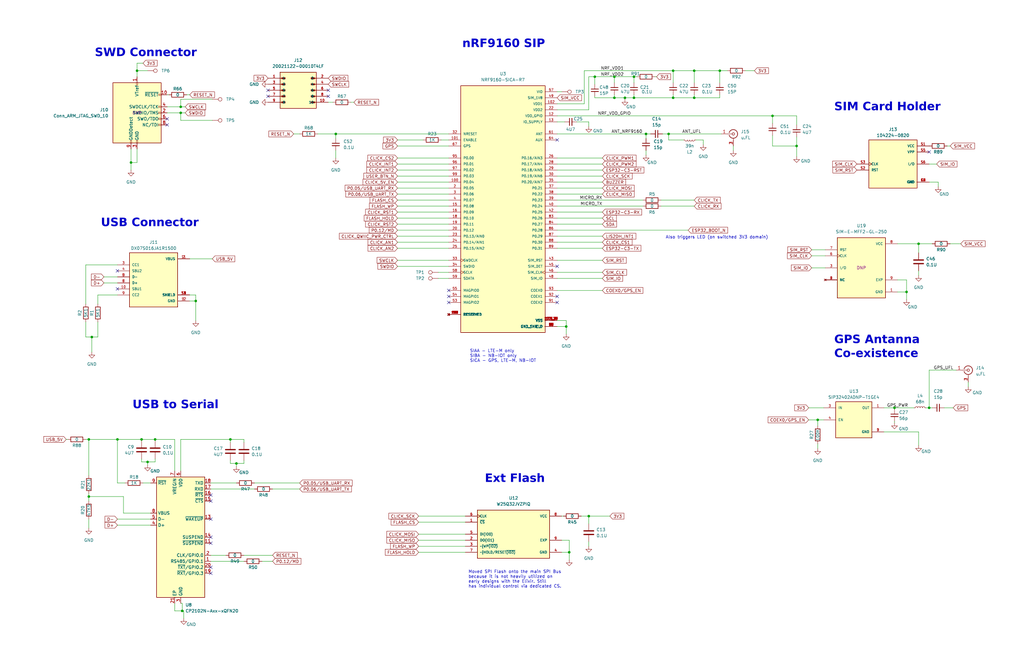
<source format=kicad_sch>
(kicad_sch (version 20231120) (generator "eeschema") (generator_version "8.0")
  (paper "B")
  (title_block (title "Aludel Elixir") (date "2023-12-22") (rev "B"))
  (junction (at 240.03 233.045))
  (junction (at 259.08 41.275))
  (junction (at 65.405 185.42))
  (junction (at 49.53 185.42))
  (junction (at 335.915 61.595))
  (junction (at 283.845 41.275))
  (junction (at 57.785 29.845))
  (junction (at 292.735 29.845))
  (junction (at 387.35 102.87))
  (junction (at 325.755 48.895))
  (junction (at 76.2 45.085))
  (junction (at 292.735 41.275))
  (junction (at 55.245 68.58))
  (junction (at 38.735 142.24))
  (junction (at 76.2 47.625))
  (junction (at 259.08 32.385))
  (junction (at 344.805 177.165))
  (junction (at 283.845 29.845))
  (junction (at 82.55 127))
  (junction (at 267.335 32.385))
  (junction (at 97.155 185.42))
  (junction (at 76.835 257.81))
  (junction (at 248.285 217.805))
  (junction (at 62.23 194.945))
  (junction (at 382.27 123.19))
  (junction (at 99.695 195.58))
  (junction (at 37.465 185.42))
  (junction (at 303.53 29.845))
  (junction (at 141.605 56.515))
  (junction (at 391.795 172.085))
  (junction (at 250.825 32.385))
  (junction (at 238.76 137.795))
  (junction (at 37.465 209.55))
  (junction (at 272.415 56.515))
  (junction (at 377.19 172.085))
  (junction (at 263.525 41.275))
  (junction (at 267.335 41.275))
  (junction (at 59.69 185.42))
  (junction (at 281.94 56.515))
  (no_connect (at 88.9 239.395))
  (no_connect (at 138.43 38.1))
  (no_connect (at 391.795 64.135))
  (no_connect (at 234.95 125.095))
  (no_connect (at 113.03 40.64))
  (no_connect (at 49.53 121.92))
  (no_connect (at 234.95 59.055))
  (no_connect (at 88.9 226.695))
  (no_connect (at 189.23 125.095))
  (no_connect (at 113.03 38.1))
  (no_connect (at 189.23 122.555))
  (no_connect (at 189.23 127.635))
  (no_connect (at 88.9 208.915))
  (no_connect (at 88.9 211.455))
  (no_connect (at 234.95 127.635))
  (no_connect (at 88.9 229.235))
  (no_connect (at 88.9 219.075))
  (no_connect (at 138.43 40.64))
  (no_connect (at 88.9 241.935))
  (no_connect (at 234.95 112.395))
  (no_connect (at 49.53 114.3))
  (no_connect (at 70.485 52.705))
  (no_connect (at 70.485 50.165))
  (wire (pts (xy 400.685 61.595) (xy 399.415 61.595)))
  (wire (pts (xy 37.465 208.28) (xy 37.465 209.55)))
  (wire (pts (xy 238.76 135.255) (xy 238.76 137.795)))
  (wire (pts (xy 36.195 135.89) (xy 36.195 142.24)))
  (wire (pts (xy 176.53 220.345) (xy 196.215 220.345)))
  (wire (pts (xy 283.845 40.005) (xy 283.845 41.275)))
  (wire (pts (xy 259.08 40.005) (xy 259.08 41.275)))
  (wire (pts (xy 97.155 195.58) (xy 97.155 194.31)))
  (wire (pts (xy 248.285 228.6) (xy 248.285 230.505)))
  (wire (pts (xy 27.94 185.42) (xy 28.575 185.42)))
  (wire (pts (xy 167.64 86.995) (xy 189.23 86.995)))
  (wire (pts (xy 240.03 227.965) (xy 236.855 227.965)))
  (wire (pts (xy 37.465 219.075) (xy 37.465 222.885)))
  (wire (pts (xy 234.95 84.455) (xy 271.145 84.455)))
  (wire (pts (xy 57.785 29.845) (xy 62.23 29.845)))
  (wire (pts (xy 57.785 68.58) (xy 55.245 68.58)))
  (wire (pts (xy 189.23 61.595) (xy 167.64 61.595)))
  (wire (pts (xy 176.53 233.045) (xy 196.215 233.045)))
  (wire (pts (xy 248.285 46.355) (xy 234.95 46.355)))
  (wire (pts (xy 303.53 29.845) (xy 303.53 34.925)))
  (wire (pts (xy 254 117.475) (xy 234.95 117.475)))
  (wire (pts (xy 167.64 89.535) (xy 189.23 89.535)))
  (wire (pts (xy 234.95 92.075) (xy 254 92.075)))
  (wire (pts (xy 37.465 209.55) (xy 52.07 209.55)))
  (wire (pts (xy 36.195 185.42) (xy 37.465 185.42)))
  (wire (pts (xy 234.95 71.755) (xy 254 71.755)))
  (wire (pts (xy 234.95 86.995) (xy 271.145 86.995)))
  (wire (pts (xy 257.175 217.805) (xy 248.285 217.805)))
  (wire (pts (xy 141.605 63.5) (xy 141.605 66.675)))
  (wire (pts (xy 234.95 102.235) (xy 254 102.235)))
  (wire (pts (xy 43.815 116.84) (xy 49.53 116.84)))
  (wire (pts (xy 167.64 99.695) (xy 189.23 99.695)))
  (wire (pts (xy 344.805 177.165) (xy 344.805 179.705)))
  (wire (pts (xy 123.825 56.515) (xy 126.365 56.515)))
  (wire (pts (xy 309.245 61.595) (xy 309.245 63.5)))
  (wire (pts (xy 234.95 69.215) (xy 254 69.215)))
  (wire (pts (xy 76.2 45.085) (xy 78.105 45.085)))
  (wire (pts (xy 167.64 84.455) (xy 189.23 84.455)))
  (wire (pts (xy 325.755 48.895) (xy 325.755 52.07)))
  (wire (pts (xy 296.545 60.96) (xy 296.545 59.055)))
  (wire (pts (xy 344.805 187.325) (xy 344.805 189.23)))
  (wire (pts (xy 398.145 172.085) (xy 401.955 172.085)))
  (wire (pts (xy 263.525 41.275) (xy 259.08 41.275)))
  (wire (pts (xy 234.95 97.155) (xy 290.195 97.155)))
  (wire (pts (xy 395.605 78.74) (xy 395.605 76.835)))
  (wire (pts (xy 37.465 185.42) (xy 37.465 200.66)))
  (wire (pts (xy 263.525 41.275) (xy 263.525 41.91)))
  (wire (pts (xy 52.705 203.835) (xy 49.53 203.835)))
  (wire (pts (xy 36.195 111.76) (xy 36.195 128.27)))
  (wire (pts (xy 49.53 111.76) (xy 36.195 111.76)))
  (wire (pts (xy 76.2 198.755) (xy 76.2 185.42)))
  (wire (pts (xy 267.335 34.925) (xy 267.335 32.385)))
  (wire (pts (xy 78.74 40.005) (xy 80.01 40.005)))
  (wire (pts (xy 377.19 172.085) (xy 377.19 172.72)))
  (wire (pts (xy 89.535 50.8) (xy 76.2 50.8)))
  (wire (pts (xy 76.2 185.42) (xy 97.155 185.42)))
  (wire (pts (xy 80.01 109.22) (xy 89.535 109.22)))
  (wire (pts (xy 303.53 40.005) (xy 303.53 41.275)))
  (wire (pts (xy 59.69 185.42) (xy 59.69 186.055)))
  (wire (pts (xy 65.405 193.675) (xy 65.405 194.945)))
  (wire (pts (xy 303.53 41.275) (xy 292.735 41.275)))
  (wire (pts (xy 76.835 254.635) (xy 76.2 254.635)))
  (wire (pts (xy 340.995 172.085) (xy 347.345 172.085)))
  (wire (pts (xy 55.245 68.58) (xy 55.245 62.865)))
  (wire (pts (xy 267.335 32.385) (xy 268.605 32.385)))
  (wire (pts (xy 73.66 257.81) (xy 76.835 257.81)))
  (wire (pts (xy 38.735 148.59) (xy 38.735 142.24)))
  (wire (pts (xy 49.53 219.075) (xy 63.5 219.075)))
  (wire (pts (xy 372.745 182.245) (xy 387.35 182.245)))
  (wire (pts (xy 234.95 81.915) (xy 254 81.915)))
  (wire (pts (xy 38.735 142.24) (xy 41.275 142.24)))
  (wire (pts (xy 278.765 86.995) (xy 292.735 86.995)))
  (wire (pts (xy 167.64 104.775) (xy 189.23 104.775)))
  (wire (pts (xy 240.03 233.045) (xy 240.03 227.965)))
  (wire (pts (xy 37.465 209.55) (xy 37.465 211.455)))
  (wire (pts (xy 82.55 124.46) (xy 80.01 124.46)))
  (wire (pts (xy 234.95 56.515) (xy 272.415 56.515)))
  (wire (pts (xy 283.845 29.845) (xy 283.845 34.925)))
  (wire (pts (xy 325.755 57.15) (xy 325.755 61.595)))
  (wire (pts (xy 114.935 206.375) (xy 126.365 206.375)))
  (wire (pts (xy 378.46 102.87) (xy 387.35 102.87)))
  (wire (pts (xy 141.605 56.515) (xy 141.605 58.42)))
  (wire (pts (xy 234.95 48.895) (xy 325.755 48.895)))
  (wire (pts (xy 391.795 156.21) (xy 403.225 156.21)))
  (wire (pts (xy 65.405 185.42) (xy 73.66 185.42)))
  (wire (pts (xy 82.55 124.46) (xy 82.55 127)))
  (wire (pts (xy 234.95 74.295) (xy 254 74.295)))
  (wire (pts (xy 387.35 182.245) (xy 387.35 187.96)))
  (wire (pts (xy 70.485 40.005) (xy 71.12 40.005)))
  (wire (pts (xy 335.915 52.705) (xy 335.915 48.895)))
  (wire (pts (xy 391.795 69.215) (xy 394.97 69.215)))
  (wire (pts (xy 167.64 112.395) (xy 189.23 112.395)))
  (wire (pts (xy 41.275 135.89) (xy 41.275 142.24)))
  (wire (pts (xy 259.08 32.385) (xy 250.825 32.385)))
  (wire (pts (xy 176.53 227.965) (xy 196.215 227.965)))
  (wire (pts (xy 49.53 185.42) (xy 49.53 203.835)))
  (wire (pts (xy 279.4 56.515) (xy 281.94 56.515)))
  (wire (pts (xy 292.735 29.845) (xy 303.53 29.845)))
  (wire (pts (xy 281.94 56.515) (xy 304.165 56.515)))
  (wire (pts (xy 400.685 102.87) (xy 405.13 102.87)))
  (wire (pts (xy 88.9 236.855) (xy 102.87 236.855)))
  (wire (pts (xy 52.07 209.55) (xy 52.07 216.535)))
  (wire (pts (xy 184.785 117.475) (xy 189.23 117.475)))
  (wire (pts (xy 76.835 257.81) (xy 77.47 257.81)))
  (wire (pts (xy 314.325 29.845) (xy 318.135 29.845)))
  (wire (pts (xy 342.265 105.41) (xy 347.98 105.41)))
  (wire (pts (xy 62.23 194.945) (xy 62.23 196.215)))
  (wire (pts (xy 250.825 41.275) (xy 250.825 40.64)))
  (wire (pts (xy 107.315 203.835) (xy 126.365 203.835)))
  (wire (pts (xy 283.845 41.275) (xy 292.735 41.275)))
  (wire (pts (xy 55.245 68.58) (xy 55.245 71.755)))
  (wire (pts (xy 234.95 104.775) (xy 254 104.775)))
  (wire (pts (xy 234.95 89.535) (xy 254 89.535)))
  (wire (pts (xy 70.485 47.625) (xy 76.2 47.625)))
  (wire (pts (xy 248.285 217.805) (xy 248.285 220.98)))
  (wire (pts (xy 325.755 61.595) (xy 335.915 61.595)))
  (wire (pts (xy 49.53 124.46) (xy 41.275 124.46)))
  (wire (pts (xy 76.2 47.625) (xy 78.105 47.625)))
  (wire (pts (xy 288.29 59.055) (xy 281.94 59.055)))
  (wire (pts (xy 254 109.855) (xy 234.95 109.855)))
  (wire (pts (xy 387.35 106.68) (xy 387.35 102.87)))
  (wire (pts (xy 234.95 94.615) (xy 254 94.615)))
  (wire (pts (xy 276.225 32.385) (xy 276.86 32.385)))
  (wire (pts (xy 102.87 194.31) (xy 102.87 195.58)))
  (wire (pts (xy 335.915 66.04) (xy 335.915 61.595)))
  (wire (pts (xy 377.19 177.8) (xy 377.19 178.435)))
  (wire (pts (xy 49.53 185.42) (xy 59.69 185.42)))
  (wire (pts (xy 57.785 26.67) (xy 57.785 29.845)))
  (wire (pts (xy 340.995 177.165) (xy 344.805 177.165)))
  (wire (pts (xy 76.2 41.91) (xy 76.2 45.085)))
  (wire (pts (xy 372.745 172.085) (xy 377.19 172.085)))
  (wire (pts (xy 248.285 32.385) (xy 248.285 46.355)))
  (wire (pts (xy 342.265 107.95) (xy 347.98 107.95)))
  (wire (pts (xy 344.805 177.165) (xy 347.345 177.165)))
  (wire (pts (xy 99.695 195.58) (xy 97.155 195.58)))
  (wire (pts (xy 248.285 53.34) (xy 248.285 51.435)))
  (wire (pts (xy 77.47 257.81) (xy 77.47 260.985)))
  (wire (pts (xy 110.49 236.855) (xy 114.935 236.855)))
  (wire (pts (xy 80.01 127) (xy 82.55 127)))
  (wire (pts (xy 250.825 32.385) (xy 248.285 32.385)))
  (wire (pts (xy 303.53 29.845) (xy 306.705 29.845)))
  (wire (pts (xy 292.735 41.275) (xy 292.735 40.005)))
  (wire (pts (xy 57.785 62.865) (xy 57.785 68.58)))
  (wire (pts (xy 37.465 185.42) (xy 49.53 185.42)))
  (wire (pts (xy 408.305 161.29) (xy 408.305 163.195)))
  (wire (pts (xy 272.415 63.5) (xy 272.415 65.405)))
  (wire (pts (xy 73.66 185.42) (xy 73.66 198.755)))
  (wire (pts (xy 377.19 172.085) (xy 385.445 172.085)))
  (wire (pts (xy 167.64 71.755) (xy 189.23 71.755)))
  (wire (pts (xy 236.855 217.805) (xy 237.49 217.805)))
  (wire (pts (xy 167.64 109.855) (xy 189.23 109.855)))
  (wire (pts (xy 234.95 135.255) (xy 238.76 135.255)))
  (wire (pts (xy 238.76 140.97) (xy 238.76 137.795)))
  (wire (pts (xy 88.9 203.835) (xy 99.695 203.835)))
  (wire (pts (xy 267.335 32.385) (xy 259.08 32.385)))
  (wire (pts (xy 382.27 123.19) (xy 382.27 118.11)))
  (wire (pts (xy 167.64 94.615) (xy 189.23 94.615)))
  (wire (pts (xy 141.605 56.515) (xy 189.23 56.515)))
  (wire (pts (xy 176.53 225.425) (xy 196.215 225.425)))
  (wire (pts (xy 57.785 29.845) (xy 57.785 32.385)))
  (wire (pts (xy 97.155 186.69) (xy 97.155 185.42)))
  (wire (pts (xy 52.07 216.535) (xy 63.5 216.535)))
  (wire (pts (xy 167.64 79.375) (xy 189.23 79.375)))
  (wire (pts (xy 59.69 194.945) (xy 59.69 193.675)))
  (wire (pts (xy 342.265 113.03) (xy 347.98 113.03)))
  (wire (pts (xy 387.35 114.3) (xy 387.35 116.205)))
  (wire (pts (xy 186.055 59.055) (xy 189.23 59.055)))
  (wire (pts (xy 138.43 43.18) (xy 140.335 43.18)))
  (wire (pts (xy 184.785 114.935) (xy 189.23 114.935)))
  (wire (pts (xy 281.94 59.055) (xy 281.94 56.515)))
  (wire (pts (xy 335.915 61.595) (xy 335.915 57.785)))
  (wire (pts (xy 102.87 185.42) (xy 102.87 186.69)))
  (wire (pts (xy 240.03 236.22) (xy 240.03 233.045)))
  (wire (pts (xy 234.95 43.815) (xy 246.38 43.815)))
  (wire (pts (xy 245.11 217.805) (xy 248.285 217.805)))
  (wire (pts (xy 167.64 102.235) (xy 189.23 102.235)))
  (wire (pts (xy 102.87 195.58) (xy 99.695 195.58)))
  (wire (pts (xy 325.755 48.895) (xy 335.915 48.895)))
  (wire (pts (xy 59.69 185.42) (xy 65.405 185.42)))
  (wire (pts (xy 246.38 43.815) (xy 246.38 29.845)))
  (wire (pts (xy 395.605 76.835) (xy 391.795 76.835)))
  (wire (pts (xy 390.525 172.085) (xy 391.795 172.085)))
  (wire (pts (xy 62.23 194.945) (xy 59.69 194.945)))
  (wire (pts (xy 167.64 97.155) (xy 189.23 97.155)))
  (wire (pts (xy 272.415 56.515) (xy 274.32 56.515)))
  (wire (pts (xy 36.195 142.24) (xy 38.735 142.24)))
  (wire (pts (xy 296.545 59.055) (xy 293.37 59.055)))
  (wire (pts (xy 272.415 56.515) (xy 272.415 58.42)))
  (wire (pts (xy 234.95 79.375) (xy 254 79.375)))
  (wire (pts (xy 378.46 123.19) (xy 382.27 123.19)))
  (wire (pts (xy 65.405 185.42) (xy 65.405 186.055)))
  (wire (pts (xy 99.695 195.58) (xy 99.695 196.85)))
  (wire (pts (xy 41.275 124.46) (xy 41.275 128.27)))
  (wire (pts (xy 387.35 102.87) (xy 393.065 102.87)))
  (wire (pts (xy 63.5 203.835) (xy 60.325 203.835)))
  (wire (pts (xy 60.325 26.67) (xy 57.785 26.67)))
  (wire (pts (xy 267.335 41.275) (xy 283.845 41.275)))
  (wire (pts (xy 167.64 81.915) (xy 189.23 81.915)))
  (wire (pts (xy 259.08 41.275) (xy 250.825 41.275)))
  (wire (pts (xy 248.285 51.435) (xy 243.205 51.435)))
  (wire (pts (xy 236.855 233.045) (xy 240.03 233.045)))
  (wire (pts (xy 391.795 172.085) (xy 393.065 172.085)))
  (wire (pts (xy 88.9 234.315) (xy 95.25 234.315)))
  (wire (pts (xy 167.64 69.215) (xy 189.23 69.215)))
  (wire (pts (xy 234.95 38.735) (xy 236.855 38.735)))
  (wire (pts (xy 292.735 29.845) (xy 292.735 34.925)))
  (wire (pts (xy 238.76 137.795) (xy 234.95 137.795)))
  (wire (pts (xy 234.95 76.835) (xy 254 76.835)))
  (wire (pts (xy 391.795 172.085) (xy 391.795 156.21)))
  (wire (pts (xy 263.525 41.275) (xy 267.335 41.275)))
  (wire (pts (xy 167.64 66.675) (xy 189.23 66.675)))
  (wire (pts (xy 76.835 254.635) (xy 76.835 257.81)))
  (wire (pts (xy 70.485 45.085) (xy 76.2 45.085)))
  (wire (pts (xy 176.53 230.505) (xy 196.215 230.505)))
  (wire (pts (xy 73.66 254.635) (xy 73.66 257.81)))
  (wire (pts (xy 259.08 32.385) (xy 259.08 34.925)))
  (wire (pts (xy 65.405 194.945) (xy 62.23 194.945)))
  (wire (pts (xy 254 66.675) (xy 234.95 66.675)))
  (wire (pts (xy 89.535 41.91) (xy 76.2 41.91)))
  (wire (pts (xy 176.53 217.805) (xy 196.215 217.805)))
  (wire (pts (xy 246.38 29.845) (xy 283.845 29.845)))
  (wire (pts (xy 278.765 84.455) (xy 292.735 84.455)))
  (wire (pts (xy 267.335 40.005) (xy 267.335 41.275)))
  (wire (pts (xy 382.27 126.365) (xy 382.27 123.19)))
  (wire (pts (xy 147.955 43.18) (xy 149.225 43.18)))
  (wire (pts (xy 102.87 234.315) (xy 114.935 234.315)))
  (wire (pts (xy 43.815 119.38) (xy 49.53 119.38)))
  (wire (pts (xy 88.9 206.375) (xy 107.315 206.375)))
  (wire (pts (xy 254 114.935) (xy 234.95 114.935)))
  (wire (pts (xy 234.95 99.695) (xy 254 99.695)))
  (wire (pts (xy 382.27 118.11) (xy 378.46 118.11)))
  (wire (pts (xy 234.95 122.555) (xy 254 122.555)))
  (wire (pts (xy 167.64 59.055) (xy 178.435 59.055)))
  (wire (pts (xy 167.64 92.075) (xy 189.23 92.075)))
  (wire (pts (xy 250.825 32.385) (xy 250.825 35.56)))
  (wire (pts (xy 76.2 50.8) (xy 76.2 47.625)))
  (wire (pts (xy 234.95 51.435) (xy 238.125 51.435)))
  (wire (pts (xy 167.64 76.835) (xy 189.23 76.835)))
  (wire (pts (xy 49.53 221.615) (xy 63.5 221.615)))
  (wire (pts (xy 133.985 56.515) (xy 141.605 56.515)))
  (wire (pts (xy 283.845 29.845) (xy 292.735 29.845)))
  (wire (pts (xy 97.155 185.42) (xy 102.87 185.42)))
  (wire (pts (xy 82.55 127) (xy 82.55 135.255)))
  (wire (pts (xy 167.64 74.295) (xy 189.23 74.295)))
  (text "nRF9160 SIP" (at 194.945 21.59 0) (effects (font (size 3.5 3.5) (thickness 1.016) (bold yes)) (justify left bottom)))
  (text "USB Connector" (at 42.545 97.155 0) (effects (font (size 3.5 3.5) (thickness 1.016) (bold yes)) (justify left bottom)))
  (text "Ext Flash" (at 204.47 205.105 0) (effects (font (size 3.5 3.5) (thickness 1.016) (bold yes)) (justify left bottom)))
  (text "SIAA - LTE-M only\nSIBA - NB-IOT only\nSICA - GPS, LTE-M, NB-IOT" (at 198.12 153.035 0) (effects (font (size 1.27 1.27)) (justify left bottom)))
  (text "SWD Connector" (at 40.005 25.4 0) (effects (font (size 3.5 3.5) (thickness 1.016) (bold yes)) (justify left bottom)))
  (text "Moved SPI Flash onto the main SPI Bus\nbecause it is not heavily utilized on \nearly designs with the Elixir. Still\nhas individual control via dedicated CS." (at 197.485 248.285 0) (effects (font (size 1.27 1.27)) (justify left bottom)))
  (text "GPS Antanna \nCo-existence" (at 351.79 152.4 0) (effects (font (size 3.5 3.5) (thickness 1.016) (bold yes)) (justify left bottom)))
  (text "Also triggers LED (on switched 3V3 domain)" (at 280.67 100.965 0) (effects (font (size 1.27 1.27)) (justify left bottom)))
  (text "SIM Card Holder" (at 351.79 48.26 0) (effects (font (size 3.5 3.5) (thickness 1.016) (bold yes)) (justify left bottom)))
  (text "USB to Serial" (at 55.88 173.99 0) (effects (font (size 3.5 3.5) (thickness 1.016) (bold yes)) (justify left bottom)))
  (label "ANT_NRF9160" (at 257.81 56.515 0))
  (label "NRF_VDD1" (at 253.365 29.845 0))
  (label "GPS_UFL" (at 393.7 156.21 0))
  (label "NRF_VDD2" (at 253.365 32.385 0))
  (label "MICRO_TX" (at 254 86.995 180))
  (label "ANT_UFL" (at 287.655 56.515 0))
  (label "GPS_PWR" (at 374.015 172.085 0))
  (label "NRF_VDD_GPIO" (at 252.095 48.895 0))
  (label "MICRO_RX" (at 254 84.455 180))
  (global_label "GPS" (shape input) (at 401.955 172.085 0) (property "Intersheetrefs" "${INTERSHEET_REFS}" (effects (hide yes))))
  (global_label "CLICK_TX" (shape input) (at 292.735 84.455 0) (property "Intersheetrefs" "${INTERSHEET_REFS}" (effects (hide yes))))
  (global_label "ESP32-C3-RX" (shape input) (at 254 89.535 0) (property "Intersheetrefs" "${INTERSHEET_REFS}" (effects (hide yes))))
  (global_label "FLASH_HOLD" (shape input) (at 167.64 92.075 180) (property "Intersheetrefs" "${INTERSHEET_REFS}" (effects (hide yes))))
  (global_label "SWCLK" (shape input) (at 138.43 35.56 0) (property "Intersheetrefs" "${INTERSHEET_REFS}" (effects (hide yes))))
  (global_label "RESET_N" (shape input) (at 80.01 40.005 0) (property "Intersheetrefs" "${INTERSHEET_REFS}" (effects (hide yes))))
  (global_label "P0.05{slash}USB_UART_RX" (shape input) (at 126.365 203.835 0) (property "Intersheetrefs" "${INTERSHEET_REFS}" (effects (hide yes))))
  (global_label "D-" (shape input) (at 43.815 116.84 180) (property "Intersheetrefs" "${INTERSHEET_REFS}" (effects (hide yes))))
  (global_label "RESET_N" (shape input) (at 123.825 56.515 180) (property "Intersheetrefs" "${INTERSHEET_REFS}" (effects (hide yes))))
  (global_label "CLICK_RST1" (shape input) (at 167.64 89.535 180) (property "Intersheetrefs" "${INTERSHEET_REFS}" (effects (hide yes))))
  (global_label "SDA" (shape input) (at 254 94.615 0) (property "Intersheetrefs" "${INTERSHEET_REFS}" (effects (hide yes))))
  (global_label "USER_BTN_N" (shape input) (at 167.64 74.295 180) (property "Intersheetrefs" "${INTERSHEET_REFS}" (effects (hide yes))))
  (global_label "RESET_N" (shape input) (at 114.935 234.315 0) (property "Intersheetrefs" "${INTERSHEET_REFS}" (effects (hide yes))))
  (global_label "FLASH_WP" (shape input) (at 167.64 86.995 180) (property "Intersheetrefs" "${INTERSHEET_REFS}" (effects (hide yes))))
  (global_label "P0.12{slash}MD" (shape input) (at 167.64 97.155 180) (property "Intersheetrefs" "${INTERSHEET_REFS}" (effects (hide yes))))
  (global_label "SIM_VCC" (shape input) (at 234.95 41.275 0) (property "Intersheetrefs" "${INTERSHEET_REFS}" (effects (hide yes))))
  (global_label "ESP32_BOOT_N" (shape input) (at 290.195 97.155 0) (property "Intersheetrefs" "${INTERSHEET_REFS}" (effects (hide yes))))
  (global_label "D-" (shape input) (at 49.53 219.075 180) (property "Intersheetrefs" "${INTERSHEET_REFS}" (effects (hide yes))))
  (global_label "ESP32-C3-RST" (shape input) (at 254 71.755 0) (property "Intersheetrefs" "${INTERSHEET_REFS}" (effects (hide yes))))
  (global_label "FLASH_WP" (shape input) (at 176.53 230.505 180) (property "Intersheetrefs" "${INTERSHEET_REFS}" (effects (hide yes))))
  (global_label "CLICK_RST2" (shape input) (at 167.64 94.615 180) (property "Intersheetrefs" "${INTERSHEET_REFS}" (effects (hide yes))))
  (global_label "3V3" (shape input) (at 318.135 29.845 0) (property "Intersheetrefs" "${INTERSHEET_REFS}" (effects (hide yes))))
  (global_label "D+" (shape input) (at 49.53 221.615 180) (property "Intersheetrefs" "${INTERSHEET_REFS}" (effects (hide yes))))
  (global_label "SWCLK" (shape input) (at 167.64 109.855 180) (property "Intersheetrefs" "${INTERSHEET_REFS}" (effects (hide yes))))
  (global_label "3V3" (shape input) (at 167.64 59.055 180) (property "Intersheetrefs" "${INTERSHEET_REFS}" (effects (hide yes))))
  (global_label "CLICK_CS1" (shape input) (at 254 102.235 0) (property "Intersheetrefs" "${INTERSHEET_REFS}" (effects (hide yes))))
  (global_label "CLICK_SCK" (shape input) (at 176.53 217.805 180) (property "Intersheetrefs" "${INTERSHEET_REFS}" (effects (hide yes))))
  (global_label "SIM_VCC" (shape input) (at 400.685 61.595 0) (property "Intersheetrefs" "${INTERSHEET_REFS}" (effects (hide yes))))
  (global_label "CLICK_PWM1" (shape input) (at 254 66.675 0) (property "Intersheetrefs" "${INTERSHEET_REFS}" (effects (hide yes))))
  (global_label "SIM_RST" (shape input) (at 361.315 71.755 180) (property "Intersheetrefs" "${INTERSHEET_REFS}" (effects (hide yes))))
  (global_label "SWCLK" (shape input) (at 78.105 45.085 0) (property "Intersheetrefs" "${INTERSHEET_REFS}" (effects (hide yes))))
  (global_label "SIM_RST" (shape input) (at 342.265 105.41 180) (property "Intersheetrefs" "${INTERSHEET_REFS}" (effects (hide yes))))
  (global_label "SWDIO" (shape input) (at 138.43 33.02 0) (property "Intersheetrefs" "${INTERSHEET_REFS}" (effects (hide yes))))
  (global_label "ESP32-C3-TX" (shape input) (at 254 104.775 0) (property "Intersheetrefs" "${INTERSHEET_REFS}" (effects (hide yes))))
  (global_label "CLICK_AN1" (shape input) (at 167.64 102.235 180) (property "Intersheetrefs" "${INTERSHEET_REFS}" (effects (hide yes))))
  (global_label "USB_5V" (shape input) (at 27.94 185.42 180) (property "Intersheetrefs" "${INTERSHEET_REFS}" (effects (hide yes))))
  (global_label "CLICK_INT2" (shape input) (at 167.64 71.755 180) (property "Intersheetrefs" "${INTERSHEET_REFS}" (effects (hide yes))))
  (global_label "P0.05{slash}USB_UART_RX" (shape input) (at 167.64 79.375 180) (property "Intersheetrefs" "${INTERSHEET_REFS}" (effects (hide yes))))
  (global_label "3V3" (shape input) (at 276.86 32.385 0) (property "Intersheetrefs" "${INTERSHEET_REFS}" (effects (hide yes))))
  (global_label "CLICK_QWIIC_PWR_CTRL" (shape input) (at 167.64 99.695 180) (property "Intersheetrefs" "${INTERSHEET_REFS}" (effects (hide yes))))
  (global_label "BUZZER" (shape input) (at 254 76.835 0) (property "Intersheetrefs" "${INTERSHEET_REFS}" (effects (hide yes))))
  (global_label "3V3" (shape input) (at 257.175 217.805 0) (property "Intersheetrefs" "${INTERSHEET_REFS}" (effects (hide yes))))
  (global_label "SCL" (shape input) (at 254 92.075 0) (property "Intersheetrefs" "${INTERSHEET_REFS}" (effects (hide yes))))
  (global_label "CLICK_SCK" (shape input) (at 254 74.295 0) (property "Intersheetrefs" "${INTERSHEET_REFS}" (effects (hide yes))))
  (global_label "FLASH_CS" (shape input) (at 167.64 84.455 180) (property "Intersheetrefs" "${INTERSHEET_REFS}" (effects (hide yes))))
  (global_label "SWDIO" (shape input) (at 167.64 112.395 180) (property "Intersheetrefs" "${INTERSHEET_REFS}" (effects (hide yes))))
  (global_label "CLICK_MISO" (shape input) (at 254 81.915 0) (property "Intersheetrefs" "${INTERSHEET_REFS}" (effects (hide yes))))
  (global_label "SIM_IO" (shape input) (at 394.97 69.215 0) (property "Intersheetrefs" "${INTERSHEET_REFS}" (effects (hide yes))))
  (global_label "CLICK_RX" (shape input) (at 292.735 86.995 0) (property "Intersheetrefs" "${INTERSHEET_REFS}" (effects (hide yes))))
  (global_label "3V3" (shape input) (at 340.995 172.085 180) (property "Intersheetrefs" "${INTERSHEET_REFS}" (effects (hide yes))))
  (global_label "COEX0{slash}GPS_EN" (shape input) (at 254 122.555 0) (property "Intersheetrefs" "${INTERSHEET_REFS}" (effects (hide yes))))
  (global_label "P0.06{slash}USB_UART_TX" (shape input) (at 126.365 206.375 0) (property "Intersheetrefs" "${INTERSHEET_REFS}" (effects (hide yes))))
  (global_label "SIM_VCC" (shape input) (at 405.13 102.87 0) (property "Intersheetrefs" "${INTERSHEET_REFS}" (effects (hide yes))))
  (global_label "CLICK_INT1" (shape input) (at 167.64 69.215 180) (property "Intersheetrefs" "${INTERSHEET_REFS}" (effects (hide yes))))
  (global_label "SIM_IO" (shape input) (at 342.265 113.03 180) (property "Intersheetrefs" "${INTERSHEET_REFS}" (effects (hide yes))))
  (global_label "CLICK_MISO" (shape input) (at 176.53 227.965 180) (property "Intersheetrefs" "${INTERSHEET_REFS}" (effects (hide yes))))
  (global_label "SIM_RST" (shape input) (at 254 109.855 0) (property "Intersheetrefs" "${INTERSHEET_REFS}" (effects (hide yes))))
  (global_label "COEX0{slash}GPS_EN" (shape input) (at 340.995 177.165 180) (property "Intersheetrefs" "${INTERSHEET_REFS}" (effects (hide yes))))
  (global_label "3V3" (shape input) (at 60.325 26.67 0) (property "Intersheetrefs" "${INTERSHEET_REFS}" (effects (hide yes))))
  (global_label "GPS" (shape input) (at 167.64 61.595 180) (property "Intersheetrefs" "${INTERSHEET_REFS}" (effects (hide yes))))
  (global_label "USB_5V" (shape input) (at 89.535 109.22 0) (property "Intersheetrefs" "${INTERSHEET_REFS}" (effects (hide yes))))
  (global_label "3V3" (shape input) (at 113.03 33.02 180) (property "Intersheetrefs" "${INTERSHEET_REFS}" (effects (hide yes))))
  (global_label "CLICK_CS2" (shape input) (at 167.64 66.675 180) (property "Intersheetrefs" "${INTERSHEET_REFS}" (effects (hide yes))))
  (global_label "CLICK_MOSI" (shape input) (at 176.53 225.425 180) (property "Intersheetrefs" "${INTERSHEET_REFS}" (effects (hide yes))))
  (global_label "FLASH_HOLD" (shape input) (at 176.53 233.045 180) (property "Intersheetrefs" "${INTERSHEET_REFS}" (effects (hide yes))))
  (global_label "SIM_CLK" (shape input) (at 361.315 69.215 180) (property "Intersheetrefs" "${INTERSHEET_REFS}" (effects (hide yes))))
  (global_label "LIS2DH_INT1" (shape input) (at 254 99.695 0) (property "Intersheetrefs" "${INTERSHEET_REFS}" (effects (hide yes))))
  (global_label "CLICK_5V_EN" (shape input) (at 167.64 76.835 180) (property "Intersheetrefs" "${INTERSHEET_REFS}" (effects (hide yes))))
  (global_label "CLICK_PWM2" (shape input) (at 254 69.215 0) (property "Intersheetrefs" "${INTERSHEET_REFS}" (effects (hide yes))))
  (global_label "CLICK_AN2" (shape input) (at 167.64 104.775 180) (property "Intersheetrefs" "${INTERSHEET_REFS}" (effects (hide yes))))
  (global_label "CLICK_MOSI" (shape input) (at 254 79.375 0) (property "Intersheetrefs" "${INTERSHEET_REFS}" (effects (hide yes))))
  (global_label "SIM_CLK" (shape input) (at 342.265 107.95 180) (property "Intersheetrefs" "${INTERSHEET_REFS}" (effects (hide yes))))
  (global_label "P0.12{slash}MD" (shape input) (at 114.935 236.855 0) (property "Intersheetrefs" "${INTERSHEET_REFS}" (effects (hide yes))))
  (global_label "SIM_CLK" (shape input) (at 254 114.935 0) (property "Intersheetrefs" "${INTERSHEET_REFS}" (effects (hide yes))))
  (global_label "SWDIO" (shape input) (at 78.105 47.625 0) (property "Intersheetrefs" "${INTERSHEET_REFS}" (effects (hide yes))))
  (global_label "D+" (shape input) (at 43.815 119.38 180) (property "Intersheetrefs" "${INTERSHEET_REFS}" (effects (hide yes))))
  (global_label "SIM_IO" (shape input) (at 254 117.475 0) (property "Intersheetrefs" "${INTERSHEET_REFS}" (effects (hide yes))))
  (global_label "RESET_N" (shape input) (at 149.225 43.18 0) (property "Intersheetrefs" "${INTERSHEET_REFS}" (effects (hide yes))))
  (global_label "P0.06{slash}USB_UART_TX" (shape input) (at 167.64 81.915 180) (property "Intersheetrefs" "${INTERSHEET_REFS}" (effects (hide yes))))
  (global_label "FLASH_CS" (shape input) (at 176.53 220.345 180) (property "Intersheetrefs" "${INTERSHEET_REFS}" (effects (hide yes))))
  (symbol (lib_id "power:GND") (at 296.545 60.96 0) (unit 1)
    (property "Reference" "#PWR038" (effects (hide yes)))
    (property "Value" "GND" (at 296.545 66.04 0))
  )
  (symbol (lib_id "Connector:TestPoint") (at 184.785 114.935 90) (unit 1)
    (property "Reference" "TP1" (at 177.165 114.935 90))
    (property "Value" "TestPoint" (effects (hide yes)))
    (property "Footprint" "TestPoint:TestPoint_Pad_D1.5mm" (effects (hide yes)))
    (property "Link1" "N/A" (effects (hide yes)))
    (property "MPN1" "N/A" (effects (hide yes)))
    (property "Vendor1" "N/A" (effects (hide yes)))
  )
  (symbol (lib_id "power:GND") (at 387.35 116.205 0) (unit 1)
    (property "Reference" "#PWR083" (effects (hide yes)))
    (property "Value" "GND" (at 387.35 121.285 0))
  )
  (symbol (lib_id "power:GND") (at 272.415 65.405 0) (unit 1)
    (property "Reference" "#PWR037" (effects (hide yes)))
    (property "Value" "GND" (at 274.955 68.58 0))
  )
  (symbol (lib_id "power:GND") (at 408.305 163.195 0) (unit 1)
    (property "Reference" "#PWR048" (effects (hide yes)))
    (property "Value" "GND" (at 412.115 165.735 0))
  )
  (symbol (lib_id "Device:R") (at 36.195 132.08 180) (unit 1)
    (property "Reference" "R2" (at 33.655 132.08 90))
    (property "Value" "5K1" (at 36.195 132.08 90))
    (property "Footprint" "Resistor_SMD:R_0402_1005Metric" (effects (hide yes)))
    (property "Link1" "https://www.digikey.com/en/products/detail/yageo/RC0402FR-135K1L/14286364" (effects (hide yes)))
    (property "MPN1" "RC0402FR-135K1L" (effects (hide yes)))
    (property "Vendor1" "YAGEO" (effects (hide yes)))
  )
  (symbol (lib_id "Connector:TestPoint") (at 62.23 29.845 270) (unit 1)
    (property "Reference" "TP6" (at 69.85 29.845 90))
    (property "Value" "TestPoint" (effects (hide yes)))
    (property "Footprint" "TestPoint:TestPoint_Pad_D1.5mm" (effects (hide yes)))
    (property "Link1" "N/A" (effects (hide yes)))
    (property "MPN1" "N/A" (effects (hide yes)))
    (property "Vendor1" "N/A" (effects (hide yes)))
  )
  (symbol (lib_id "Device:R") (at 241.3 217.805 270) (mirror x) (unit 1)
    (property "Reference" "R45" (at 241.3 220.345 90))
    (property "Value" "0" (at 241.3 217.805 90))
    (property "Footprint" "Resistor_SMD:R_0402_1005Metric" (effects (hide yes)))
    (property "Link1" "https://www.digikey.com/en/products/detail/stackpole-electronics-inc/RMCF0402ZT0R00/1756905" (effects (hide yes)))
    (property "MPN1" "RMCF0402ZT0R00" (effects (hide yes)))
    (property "Vendor1" "Stackpole Electronics Inc" (effects (hide yes)))
  )
  (symbol (lib_id "Device:C_Small") (at 283.845 37.465 0) (unit 1)
    (property "Reference" "C22" (at 286.385 36.2013 0) (effects (justify left)))
    (property "Value" "47U" (at 286.385 38.7413 0) (effects (justify left)))
    (property "Footprint" "Capacitor_SMD:C_1210_3225Metric" (effects (hide yes)))
    (property "Link1" "https://www.digikey.com/en/products/detail/samsung-electro-mechanics/CL32A476MQJNNNE/3889039" (effects (hide yes)))
    (property "MPN1" "CL32A476MQJNNNE" (effects (hide yes)))
    (property "Vendor1" "Samsung Electro-Mechanics" (effects (hide yes)))
    (property "Voltage" "6.3V" (effects (hide yes)))
  )
  (symbol (lib_id "power:GND") (at 99.695 196.85 0) (unit 1)
    (property "Reference" "#PWR026" (effects (hide yes)))
    (property "Value" "GND" (at 102.87 199.39 0))
  )
  (symbol (lib_id "Connector:TestPoint") (at 89.535 41.91 270) (unit 1)
    (property "Reference" "TP4" (at 97.155 41.91 90))
    (property "Value" "TestPoint" (effects (hide yes)))
    (property "Footprint" "TestPoint:TestPoint_Pad_D1.5mm" (effects (hide yes)))
    (property "Link1" "N/A" (effects (hide yes)))
    (property "MPN1" "N/A" (effects (hide yes)))
    (property "Vendor1" "N/A" (effects (hide yes)))
  )
  (symbol (lib_id "Device:R") (at 37.465 204.47 180) (unit 1)
    (property "Reference" "R21" (at 34.925 204.47 90))
    (property "Value" "22K1" (at 37.465 204.47 90))
    (property "Footprint" "Resistor_SMD:R_0402_1005Metric" (effects (hide yes)))
    (property "Link1" "https://www.digikey.com/en/products/detail/yageo/RC0402FR-0722K1L/726563" (effects (hide yes)))
    (property "MPN1" "RC0402FR-0722K1L" (effects (hide yes)))
    (property "Vendor1" "YAGEO" (effects (hide yes)))
  )
  (symbol (lib_id "power:GND") (at 240.03 236.22 0) (unit 1)
    (property "Reference" "#PWR035" (effects (hide yes)))
    (property "Value" "GND" (effects (hide yes)))
  )
  (symbol (lib_id "Device:R") (at 274.955 86.995 270) (mirror x) (unit 1)
    (property "Reference" "R6" (at 274.955 89.535 90))
    (property "Value" "0" (at 274.955 86.995 90))
    (property "Footprint" "Resistor_SMD:R_0402_1005Metric" (effects (hide yes)))
    (property "Link1" "https://www.digikey.com/en/products/detail/stackpole-electronics-inc/RMCF0402ZT0R00/1756905" (effects (hide yes)))
    (property "MPN1" "RMCF0402ZT0R00" (effects (hide yes)))
    (property "Vendor1" "Stackpole Electronics Inc" (effects (hide yes)))
  )
  (symbol (lib_id "Device:R") (at 344.805 183.515 180) (unit 1)
    (property "Reference" "R27" (at 342.265 183.515 90))
    (property "Value" "100K" (at 344.805 183.515 90))
    (property "Footprint" "Resistor_SMD:R_0402_1005Metric" (effects (hide yes)))
    (property "Link1" "https://www.digikey.com/en/products/detail/yageo/RT0402BRE07100KL/1069443" (effects (hide yes)))
    (property "MPN1" "RT0402BRE07100KL" (effects (hide yes)))
    (property "Vendor1" "YAGEO" (effects (hide yes)))
  )
  (symbol (lib_id "power:GND") (at 82.55 135.255 0) (unit 1)
    (property "Reference" "#PWR028" (effects (hide yes)))
    (property "Value" "GND" (at 82.55 140.335 0))
  )
  (symbol (lib_id "Interface_USB:CP2102N-Axx-xQFN20") (at 76.2 226.695 0) (unit 1)
    (property "Reference" "U8" (at 78.1559 255.27 0) (effects (justify left)))
    (property "Value" "CP2102N-Axx-xQFN20" (at 78.1559 257.81 0) (effects (justify left)))
    (property "Footprint" "aludel-mini-max:WFQFN-20" (effects (hide yes)))
    (property "Datasheet" "https://www.silabs.com/documents/public/data-sheets/cp2102n-datasheet.pdf" (effects (hide yes)))
    (property "MPN1" "CP2102N-A02-GQFN20" (effects (hide yes)))
    (property "Vendor1" "Silicon Labs" (effects (hide yes)))
    (property "Link1" "https://www.digikey.com/en/products/detail/silicon-labs/CP2102N-A02-GQFN20/9863475" (effects (hide yes)))
  )
  (symbol (lib_id "power:GND") (at 395.605 78.74 0) (unit 1)
    (property "Reference" "#PWR041" (effects (hide yes)))
    (property "Value" "GND" (at 398.145 81.915 0))
  )
  (symbol (lib_id "power:GND") (at 248.285 230.505 0) (unit 1)
    (property "Reference" "#PWR036" (effects (hide yes)))
    (property "Value" "GND" (at 248.285 235.585 0))
  )
  (symbol (lib_id "Device:R") (at 395.605 61.595 270) (mirror x) (unit 1)
    (property "Reference" "R89" (at 395.605 64.135 90))
    (property "Value" "0" (at 395.605 61.595 90))
    (property "Footprint" "Resistor_SMD:R_0402_1005Metric" (effects (hide yes)))
    (property "Link1" "https://www.digikey.com/en/products/detail/stackpole-electronics-inc/RMCF0402ZT0R00/1756905" (effects (hide yes)))
    (property "MPN1" "RMCF0402ZT0R00" (effects (hide yes)))
    (property "Vendor1" "Stackpole Electronics Inc" (effects (hide yes)))
  )
  (symbol (lib_id "Device:C") (at 65.405 189.865 0) (unit 1)
    (property "Reference" "C10" (at 68.58 188.595 0) (effects (justify left)))
    (property "Value" "0.1U" (at 68.58 191.135 0) (effects (justify left)))
    (property "Footprint" "Capacitor_SMD:C_0402_1005Metric" (effects (hide yes)))
    (property "MPN1" "CL05B104KB54PNC" (effects (hide yes)))
    (property "Vendor1" "Samsung Electro-Mechanics" (effects (hide yes)))
    (property "Link1" "https://www.digikey.com/en/products/detail/samsung-electro-mechanics/CL05B104KB54PNC/11487801" (effects (hide yes)))
  )
  (symbol (lib_id "W25Q32JVZPIQ:W25Q32JVZPIQ") (at 216.535 225.425 0) (unit 1)
    (property "Reference" "U12" (at 216.535 210.185 0))
    (property "Value" "W25Q32JVZPIQ" (at 216.535 212.725 0))
    (property "Footprint" "aludel-mini-max:SON127P600X500X80-9N" (effects (hide yes)))
    (property "MPN1" "W25Q32JVZPIQ" (effects (hide yes)))
    (property "Vendor1" "Winbond Electronics" (effects (hide yes)))
    (property "Link1" "https://www.digikey.com/en/products/detail/winbond-electronics/W25Q32JVZPIQ/6167525" (effects (hide yes)))
  )
  (symbol (lib_id "104224-0820:104224-0820") (at 376.555 69.215 0) (unit 1)
    (property "Reference" "J13" (at 376.555 54.61 0))
    (property "Value" "104224-0820" (at 376.555 57.15 0))
    (property "Footprint" "aludel-mini-max:MOLEX_104224-0820" (effects (hide yes)))
    (property "MPN1" "1042240820" (effects (hide yes)))
    (property "Vendor1" "Molex" (effects (hide yes)))
    (property "Link1" "https://www.digikey.com/en/products/detail/molex/1042240820/7785572?s=N4IgTCBcDaIIwAYAsYxILQIBxgSAugL5A" (effects (hide yes)))
  )
  (symbol (lib_id "Device:R") (at 106.68 236.855 270) (mirror x) (unit 1)
    (property "Reference" "R50" (at 106.68 239.395 90))
    (property "Value" "0" (at 106.68 236.855 90))
    (property "Footprint" "Resistor_SMD:R_0402_1005Metric" (effects (hide yes)))
    (property "Link1" "https://www.digikey.com/en/products/detail/stackpole-electronics-inc/RMCF0402ZT0R00/1756905" (effects (hide yes)))
    (property "MPN1" "RMCF0402ZT0R00" (effects (hide yes)))
    (property "Vendor1" "Stackpole Electronics Inc" (effects (hide yes)))
  )
  (symbol (lib_id "power:GND") (at 141.605 66.675 0) (unit 1)
    (property "Reference" "#PWR086" (effects (hide yes)))
    (property "Value" "GND" (at 141.605 71.755 0))
  )
  (symbol (lib_id "power:GND") (at 113.03 43.18 270) (unit 1)
    (property "Reference" "#PWR072" (effects (hide yes)))
    (property "Value" "GND" (at 109.22 43.18 90) (effects (justify right)))
  )
  (symbol (lib_id "Device:R") (at 99.06 234.315 270) (mirror x) (unit 1)
    (property "Reference" "R49" (at 99.06 236.855 90))
    (property "Value" "0" (at 99.06 234.315 90))
    (property "Footprint" "Resistor_SMD:R_0402_1005Metric" (effects (hide yes)))
    (property "Link1" "https://www.digikey.com/en/products/detail/stackpole-electronics-inc/RMCF0402ZT0R00/1756905" (effects (hide yes)))
    (property "MPN1" "RMCF0402ZT0R00" (effects (hide yes)))
    (property "Vendor1" "Stackpole Electronics Inc" (effects (hide yes)))
  )
  (symbol (lib_id "Device:R") (at 41.275 132.08 180) (unit 1)
    (property "Reference" "R1" (at 38.735 132.08 90))
    (property "Value" "5K1" (at 41.275 132.08 90))
    (property "Footprint" "Resistor_SMD:R_0402_1005Metric" (effects (hide yes)))
    (property "Link1" "https://www.digikey.com/en/products/detail/yageo/RC0402FR-135K1L/14286364" (effects (hide yes)))
    (property "MPN1" "RC0402FR-135K1L" (effects (hide yes)))
    (property "Vendor1" "YAGEO" (effects (hide yes)))
  )
  (symbol (lib_id "Device:R") (at 130.175 56.515 90) (unit 1)
    (property "Reference" "R68" (at 130.175 53.975 90))
    (property "Value" "1K" (at 130.175 56.515 90))
    (property "Footprint" "Resistor_SMD:R_0402_1005Metric" (effects (hide yes)))
    (property "Link1" "https://www.digikey.com/en/products/detail/walsin-technology-corporation/WR04X102-JTL/13238927" (effects (hide yes)))
    (property "MPN1" "WR04X102 JTL" (effects (hide yes)))
    (property "Vendor1" "Walsin Technology Corporation" (effects (hide yes)))
  )
  (symbol (lib_id "Device:R") (at 74.93 40.005 270) (mirror x) (unit 1)
    (property "Reference" "R66" (at 74.93 37.465 90))
    (property "Value" "0" (at 74.93 40.005 90))
    (property "Footprint" "Resistor_SMD:R_0402_1005Metric" (effects (hide yes)))
    (property "Link1" "https://www.digikey.com/en/products/detail/stackpole-electronics-inc/RMCF0402ZT0R00/1756905" (effects (hide yes)))
    (property "MPN1" "RMCF0402ZT0R00" (effects (hide yes)))
    (property "Vendor1" "Stackpole Electronics Inc" (effects (hide yes)))
  )
  (symbol (lib_id "Connector:Conn_Coaxial") (at 309.245 56.515 0) (unit 1)
    (property "Reference" "J15" (at 312.42 55.5382 0) (effects (justify left)))
    (property "Value" "u.FL" (at 312.42 58.0782 0) (effects (justify left)))
    (property "Footprint" "aludel-mini-max:TE_1909763-1" (effects (hide yes)))
    (property "MPN1" "1909763-1" (effects (hide yes)))
    (property "Vendor1" "TE Connectivity AMP Connectors" (effects (hide yes)))
    (property "Link1" "https://www.digikey.com/en/products/detail/te-connectivity-amp-connectors/1909763-1/4731728?s=N4IgTCBcDaIIwE4AMCDsA2AzAWjiAugL5A" (effects (hide yes)))
  )
  (symbol (lib_id "power:GND") (at 344.805 189.23 0) (unit 1)
    (property "Reference" "#PWR045" (effects (hide yes)))
    (property "Value" "GND" (at 344.805 194.31 0))
  )
  (symbol (lib_id "DX07S016JA1R1500:DX07S016JA1R1500") (at 64.77 116.84 0) (unit 1)
    (property "Reference" "J11" (at 64.77 102.235 0))
    (property "Value" "DX07S016JA1R1500" (at 64.77 104.775 0))
    (property "Footprint" "aludel-mini-max:JAE_DX07S016JA1R1500" (effects (hide yes)))
    (property "MPN1" "DX07S016JA1R1500" (effects (hide yes)))
    (property "Vendor1" "JAE Electronics" (effects (hide yes)))
    (property "Link1" "https://www.digikey.com/en/products/detail/jae-electronics/DX07S016JA1R1500/11585731?s=N4IgTCBcDaICIA0AMB2AykgjANgFIEFMAlTAViSRAF0BfIA" (effects (hide yes)))
  )
  (symbol (lib_id "Device:R") (at 310.515 29.845 270) (mirror x) (unit 1)
    (property "Reference" "R92" (at 310.515 32.385 90))
    (property "Value" "0" (at 310.515 29.845 90))
    (property "Footprint" "Resistor_SMD:R_0402_1005Metric" (effects (hide yes)))
    (property "Link1" "https://www.digikey.com/en/products/detail/stackpole-electronics-inc/RMCF0402ZT0R00/1756905" (effects (hide yes)))
    (property "MPN1" "RMCF0402ZT0R00" (effects (hide yes)))
    (property "Vendor1" "Stackpole Electronics Inc" (effects (hide yes)))
  )
  (symbol (lib_id "Device:C_Small") (at 250.825 38.1 0) (unit 1)
    (property "Reference" "C48" (at 252.73 36.83 0) (effects (justify left)))
    (property "Value" "15P" (at 252.73 39.37 0) (effects (justify left)))
    (property "Footprint" "Capacitor_SMD:C_0402_1005Metric" (effects (hide yes)))
    (property "Link1" "https://www.digikey.com/en/products/detail/samsung-electro-mechanics/CL05C150JB5NNND/3894223" (effects (hide yes)))
    (property "MPN1" "CL05C150JB5NNND" (effects (hide yes)))
    (property "Vendor1" "Samsung Electro-Mechanics" (effects (hide yes)))
  )
  (symbol (lib_id "Device:R") (at 32.385 185.42 270) (mirror x) (unit 1)
    (property "Reference" "R88" (at 32.385 187.96 90))
    (property "Value" "0" (at 32.385 185.42 90))
    (property "Footprint" "Resistor_SMD:R_0402_1005Metric" (effects (hide yes)))
    (property "Link1" "https://www.digikey.com/en/products/detail/stackpole-electronics-inc/RMCF0402ZT0R00/1756905" (effects (hide yes)))
    (property "MPN1" "RMCF0402ZT0R00" (effects (hide yes)))
    (property "Vendor1" "Stackpole Electronics Inc" (effects (hide yes)))
  )
  (symbol (lib_id "power:GND") (at 113.03 35.56 270) (unit 1)
    (property "Reference" "#PWR071" (effects (hide yes)))
    (property "Value" "GND" (at 109.22 35.56 90) (effects (justify right)))
  )
  (symbol (lib_id "Device:R") (at 56.515 203.835 90) (unit 1)
    (property "Reference" "R18" (at 56.515 201.295 90))
    (property "Value" "1K" (at 56.515 203.835 90))
    (property "Footprint" "Resistor_SMD:R_0402_1005Metric" (effects (hide yes)))
    (property "Link1" "https://www.digikey.com/en/products/detail/walsin-technology-corporation/WR04X102-JTL/13238927" (effects (hide yes)))
    (property "MPN1" "WR04X102 JTL" (effects (hide yes)))
    (property "Vendor1" "Walsin Technology Corporation" (effects (hide yes)))
  )
  (symbol (lib_id "Device:C") (at 59.69 189.865 0) (mirror y) (unit 1)
    (property "Reference" "C9" (at 56.515 188.595 0) (effects (justify left)))
    (property "Value" "4U7" (at 56.515 191.135 0) (effects (justify left)))
    (property "Footprint" "Capacitor_SMD:C_0805_2012Metric" (effects (hide yes)))
    (property "MPN1" "CL21B475KOFNFNE" (effects (hide yes)))
    (property "Vendor1" "Samsung Electro-Mechanics" (effects (hide yes)))
    (property "Link1" "https://www.digikey.com/en/products/detail/samsung-electro-mechanics/CL21B475KOFNFNE/3888628" (effects (hide yes)))
    (property "Voltage" "16V" (effects (hide yes)))
  )
  (symbol (lib_id "power:GND") (at 382.27 126.365 0) (unit 1)
    (property "Reference" "#PWR082" (effects (hide yes)))
    (property "Value" "GND" (at 384.81 129.54 0))
  )
  (symbol (lib_id "power:GND") (at 77.47 260.985 0) (unit 1)
    (property "Reference" "#PWR027" (effects (hide yes)))
    (property "Value" "GND" (at 80.645 263.525 0))
  )
  (symbol (lib_id "Device:L_Small") (at 290.83 59.055 90) (mirror x) (unit 1)
    (property "Reference" "L2" (at 290.83 64.135 90))
    (property "Value" "39n" (at 290.83 61.595 90))
    (property "Footprint" "Inductor_SMD:L_0402_1005Metric" (effects (hide yes)))
    (property "Link1" "https://www.digikey.com/en/products/detail/johanson-technology-inc/LRC0402CJ39NGV001T/1915226" (effects (hide yes)))
    (property "MPN1" "LRC0402CJ39NGV001T" (effects (hide yes)))
    (property "Vendor1" "Johanson Technology Inc." (effects (hide yes)))
  )
  (symbol (lib_id "Device:C_Small") (at 141.605 60.96 0) (unit 1)
    (property "Reference" "C52" (at 144.78 59.6963 0) (effects (justify left)))
    (property "Value" "0.1U" (at 144.78 62.2363 0) (effects (justify left)))
    (property "Footprint" "Capacitor_SMD:C_0402_1005Metric" (effects (hide yes)))
    (property "Link1" "https://www.digikey.com/en/products/detail/samsung-electro-mechanics/CL05B104KB54PNC/11487801" (effects (hide yes)))
    (property "MPN1" "CL05B104KB54PNC" (effects (hide yes)))
    (property "Vendor1" "Samsung Electro-Mechanics" (effects (hide yes)))
  )
  (symbol (lib_id "Device:C_Small") (at 335.915 55.245 180) (unit 1)
    (property "Reference" "C24" (at 342.265 53.34 0) (effects (justify left)))
    (property "Value" "4U7" (at 342.265 55.88 0) (effects (justify left)))
    (property "Footprint" "Capacitor_SMD:C_0805_2012Metric" (effects (hide yes)))
    (property "Link1" "https://www.digikey.com/en/products/detail/samsung-electro-mechanics/CL21B475KOFNFNE/3888628" (effects (hide yes)))
    (property "MPN1" "CL21B475KOFNFNE" (effects (hide yes)))
    (property "Vendor1" "Samsung Electro-Mechanics" (effects (hide yes)))
    (property "Voltage" "16V" (effects (hide yes)))
  )
  (symbol (lib_id "Connector:Conn_ARM_JTAG_SWD_10") (at 57.785 47.625 0) (unit 1)
    (property "Reference" "J10" (at 45.72 46.355 0) (effects (justify right)))
    (property "Value" "Conn_ARM_JTAG_SWD_10" (at 45.72 48.895 0) (effects (justify right)))
    (property "Footprint" "aludel-mini-max:TAG-CONNECT_TC2050-IDC-NL" (effects (hide yes)))
    (property "Datasheet" "http://infocenter.arm.com/help/topic/com.arm.doc.ddi0314h/DDI0314H_coresight_components_trm.pdf" (effects (hide yes)))
    (property "MPN1" "N/A" (effects (hide yes)))
    (property "Vendor1" "N/A" (effects (hide yes)))
    (property "Link1" "N/A" (effects (hide yes)))
    (property "Population" "DNP" (at 57.785 47.625 0))
  )
  (symbol (lib_id "Device:C_Small") (at 267.335 37.465 0) (unit 1)
    (property "Reference" "C21" (at 269.875 36.83 0) (effects (justify left)))
    (property "Value" "0.1U" (at 270.51 38.735 0) (effects (justify left)))
    (property "Footprint" "Capacitor_SMD:C_0402_1005Metric" (effects (hide yes)))
    (property "Link1" "https://www.digikey.com/en/products/detail/samsung-electro-mechanics/CL05B104KB54PNC/11487801" (effects (hide yes)))
    (property "MPN1" "CL05B104KB54PNC" (effects (hide yes)))
    (property "Vendor1" "Samsung Electro-Mechanics" (effects (hide yes)))
  )
  (symbol (lib_id "power:GND") (at 335.915 66.04 0) (unit 1)
    (property "Reference" "#PWR043" (effects (hide yes)))
    (property "Value" "GND" (at 339.725 67.945 0))
  )
  (symbol (lib_id "power:GND") (at 62.23 196.215 0) (unit 1)
    (property "Reference" "#PWR025" (effects (hide yes)))
    (property "Value" "GND" (at 65.405 198.755 0))
  )
  (symbol (lib_id "NRF9160-SIBA-R:NRF9160-SIBA-R") (at 212.09 89.535 0) (unit 1)
    (property "Reference" "U3" (at 212.09 31.115 0))
    (property "Value" "NRF9160-SICA-R7" (at 212.09 33.655 0))
    (property "Footprint" "aludel-mini-max:XCVR_NRF9160-SIBA-R" (effects (hide yes)))
    (property "MPN1" "NRF9160-SICA-R7" (effects (hide yes)))
    (property "Vendor1" "Nordic Semiconductor ASA" (effects (hide yes)))
    (property "Link1" "https://www.digikey.com/en/products/detail/nordic-semiconductor-asa/NRF9160-SICA-R7/10242085" (effects (hide yes)))
  )
  (symbol (lib_id "Connector:TestPoint") (at 184.785 117.475 90) (unit 1)
    (property "Reference" "TP2" (at 177.165 117.475 90))
    (property "Value" "TestPoint" (effects (hide yes)))
    (property "Footprint" "TestPoint:TestPoint_Pad_D1.5mm" (effects (hide yes)))
    (property "Link1" "N/A" (effects (hide yes)))
    (property "MPN1" "N/A" (effects (hide yes)))
    (property "Vendor1" "N/A" (effects (hide yes)))
  )
  (symbol (lib_id "Device:R") (at 182.245 59.055 90) (unit 1)
    (property "Reference" "R23" (at 182.245 56.515 90))
    (property "Value" "1K" (at 182.245 59.055 90))
    (property "Footprint" "Resistor_SMD:R_0402_1005Metric" (effects (hide yes)))
    (property "Link1" "https://www.digikey.com/en/products/detail/walsin-technology-corporation/WR04X102-JTL/13238927" (effects (hide yes)))
    (property "MPN1" "WR04X102 JTL" (effects (hide yes)))
    (property "Vendor1" "Walsin Technology Corporation" (effects (hide yes)))
  )
  (symbol (lib_id "Device:C_Small") (at 259.08 37.465 0) (unit 1)
    (property "Reference" "C20" (at 261.62 36.2013 0) (effects (justify left)))
    (property "Value" "47U" (at 261.62 38.7413 0) (effects (justify left)))
    (property "Footprint" "Capacitor_SMD:C_1210_3225Metric" (effects (hide yes)))
    (property "Link1" "https://www.digikey.com/en/products/detail/samsung-electro-mechanics/CL32A476MQJNNNE/3889039" (effects (hide yes)))
    (property "MPN1" "CL32A476MQJNNNE" (effects (hide yes)))
    (property "Vendor1" "Samsung Electro-Mechanics" (effects (hide yes)))
    (property "Voltage" "6.3V" (effects (hide yes)))
  )
  (symbol (lib_id "Device:C_Small") (at 377.19 175.26 0) (unit 1)
    (property "Reference" "C27" (at 379.095 173.99 0) (effects (justify left)))
    (property "Value" "56p" (at 379.095 176.53 0) (effects (justify left)))
    (property "Footprint" "Capacitor_SMD:C_0402_1005Metric" (effects (hide yes)))
    (property "Link1" "https://www.digikey.com/en/products/detail/kyocera-avx/KGM05ACG1H560KH/1597506" (effects (hide yes)))
    (property "MPN1" "KGM05ACG1H560KH" (effects (hide yes)))
    (property "Vendor1" "KYOCERA AVX" (effects (hide yes)))
  )
  (symbol (lib_id "20021122-00010T4LF:20021122-00010T4LF") (at 125.73 38.1 0) (unit 1)
    (property "Reference" "J12" (at 125.73 25.4 0))
    (property "Value" "20021122-00010T4LF" (at 125.73 27.94 0))
    (property "Footprint" "aludel-mini-max:AMPHENOL_20021122-00010T4LF" (effects (hide yes)))
    (property "MPN1" "20021122-00010T4LF" (effects (hide yes)))
    (property "Vendor1" "Amphenol ICC (FCI)" (effects (hide yes)))
    (property "Link1" "https://www.digikey.com/en/products/detail/amphenol-icc-fci/20021122-00010t4lf/4243877" (effects (hide yes)))
  )
  (symbol (lib_id "power:GND") (at 37.465 222.885 0) (unit 1)
    (property "Reference" "#PWR024" (effects (hide yes)))
    (property "Value" "GND" (at 37.465 227.965 0))
  )
  (symbol (lib_id "power:GND") (at 38.735 148.59 0) (unit 1)
    (property "Reference" "#PWR01" (effects (hide yes)))
    (property "Value" "GND" (at 38.735 153.67 0))
  )
  (symbol (lib_id "Device:C") (at 248.285 224.79 0) (unit 1)
    (property "Reference" "C13" (at 251.46 223.52 0) (effects (justify left)))
    (property "Value" "0.1U" (at 251.46 226.06 0) (effects (justify left)))
    (property "Footprint" "Capacitor_SMD:C_0402_1005Metric" (effects (hide yes)))
    (property "MPN1" "CL05B104KB54PNC" (effects (hide yes)))
    (property "Vendor1" "Samsung Electro-Mechanics" (effects (hide yes)))
    (property "Link1" "https://www.digikey.com/en/products/detail/samsung-electro-mechanics/CL05B104KB54PNC/11487801" (effects (hide yes)))
  )
  (symbol (lib_id "Device:R") (at 111.125 206.375 270) (mirror x) (unit 1)
    (property "Reference" "R48" (at 111.125 208.915 90))
    (property "Value" "0" (at 111.125 206.375 90))
    (property "Footprint" "Resistor_SMD:R_0402_1005Metric" (effects (hide yes)))
    (property "Link1" "https://www.digikey.com/en/products/detail/stackpole-electronics-inc/RMCF0402ZT0R00/1756905" (effects (hide yes)))
    (property "MPN1" "RMCF0402ZT0R00" (effects (hide yes)))
    (property "Vendor1" "Stackpole Electronics Inc" (effects (hide yes)))
  )
  (symbol (lib_id "Device:C") (at 97.155 190.5 0) (mirror y) (unit 1)
    (property "Reference" "C17" (at 93.98 189.23 0) (effects (justify left)))
    (property "Value" "4U7" (at 93.98 191.77 0) (effects (justify left)))
    (property "Footprint" "Capacitor_SMD:C_0805_2012Metric" (effects (hide yes)))
    (property "MPN1" "CL21B475KOFNFNE" (effects (hide yes)))
    (property "Vendor1" "Samsung Electro-Mechanics" (effects (hide yes)))
    (property "Link1" "https://www.digikey.com/en/products/detail/samsung-electro-mechanics/CL21B475KOFNFNE/3888628" (effects (hide yes)))
    (property "Voltage" "16V" (effects (hide yes)))
  )
  (symbol (lib_id "power:GND") (at 248.285 53.34 0) (unit 1)
    (property "Reference" "#PWR044" (effects (hide yes)))
    (property "Value" "GND" (at 252.095 55.245 0))
  )
  (symbol (lib_id "Device:R") (at 274.955 84.455 270) (mirror x) (unit 1)
    (property "Reference" "R5" (at 274.955 81.915 90))
    (property "Value" "0" (at 274.955 84.455 90))
    (property "Footprint" "Resistor_SMD:R_0402_1005Metric" (effects (hide yes)))
    (property "Link1" "https://www.digikey.com/en/products/detail/stackpole-electronics-inc/RMCF0402ZT0R00/1756905" (effects (hide yes)))
    (property "MPN1" "RMCF0402ZT0R00" (effects (hide yes)))
    (property "Vendor1" "Stackpole Electronics Inc" (effects (hide yes)))
  )
  (symbol (lib_id "power:GND") (at 55.245 71.755 0) (unit 1)
    (property "Reference" "#PWR049" (effects (hide yes)))
    (property "Value" "GND" (at 55.245 76.835 0))
  )
  (symbol (lib_id "power:GND") (at 309.245 63.5 0) (unit 1)
    (property "Reference" "#PWR039" (effects (hide yes)))
    (property "Value" "GND" (at 309.245 68.58 0))
  )
  (symbol (lib_id "Connector:TestPoint") (at 236.855 38.735 270) (unit 1)
    (property "Reference" "TP3" (at 244.475 38.735 90))
    (property "Value" "TestPoint" (effects (hide yes)))
    (property "Footprint" "TestPoint:TestPoint_Pad_D1.5mm" (effects (hide yes)))
    (property "Link1" "N/A" (effects (hide yes)))
    (property "MPN1" "N/A" (effects (hide yes)))
    (property "Vendor1" "N/A" (effects (hide yes)))
  )
  (symbol (lib_id "power:GND") (at 263.525 41.91 0) (unit 1)
    (property "Reference" "#PWR040" (effects (hide yes)))
    (property "Value" "GND" (at 266.065 45.085 0))
  )
  (symbol (lib_id "Device:C_Small") (at 325.755 54.61 0) (unit 1)
    (property "Reference" "C51" (at 328.93 53.3463 0) (effects (justify left)))
    (property "Value" "0.1U" (at 328.93 55.8863 0) (effects (justify left)))
    (property "Footprint" "Capacitor_SMD:C_0402_1005Metric" (effects (hide yes)))
    (property "Link1" "https://www.digikey.com/en/products/detail/samsung-electro-mechanics/CL05B104KB54PNC/11487801" (effects (hide yes)))
    (property "MPN1" "CL05B104KB54PNC" (effects (hide yes)))
    (property "Vendor1" "Samsung Electro-Mechanics" (effects (hide yes)))
  )
  (symbol (lib_id "Device:C") (at 387.35 110.49 0) (unit 1)
    (property "Reference" "C46" (at 390.525 109.22 0) (effects (justify left)))
    (property "Value" "0.1U" (at 390.525 111.76 0) (effects (justify left)))
    (property "Footprint" "Capacitor_SMD:C_0402_1005Metric" (effects (hide yes)))
    (property "MPN1" "CL05B104KB54PNC" (effects (hide yes)))
    (property "Vendor1" "Samsung Electro-Mechanics" (effects (hide yes)))
    (property "Link1" "https://www.digikey.com/en/products/detail/samsung-electro-mechanics/CL05B104KB54PNC/11487801" (effects (hide yes)))
  )
  (symbol (lib_id "Device:R") (at 396.875 102.87 270) (mirror x) (unit 1)
    (property "Reference" "R90" (at 396.875 105.41 90))
    (property "Value" "0" (at 396.875 102.87 90))
    (property "Footprint" "Resistor_SMD:R_0402_1005Metric" (effects (hide yes)))
    (property "Link1" "https://www.digikey.com/en/products/detail/stackpole-electronics-inc/RMCF0402ZT0R00/1756905" (effects (hide yes)))
    (property "MPN1" "RMCF0402ZT0R00" (effects (hide yes)))
    (property "Vendor1" "Stackpole Electronics Inc" (effects (hide yes)))
  )
  (symbol (lib_id "Device:R") (at 103.505 203.835 270) (mirror x) (unit 1)
    (property "Reference" "R47" (at 103.505 206.375 90))
    (property "Value" "0" (at 103.505 203.835 90))
    (property "Footprint" "Resistor_SMD:R_0402_1005Metric" (effects (hide yes)))
    (property "Link1" "https://www.digikey.com/en/products/detail/stackpole-electronics-inc/RMCF0402ZT0R00/1756905" (effects (hide yes)))
    (property "MPN1" "RMCF0402ZT0R00" (effects (hide yes)))
    (property "Vendor1" "Stackpole Electronics Inc" (effects (hide yes)))
  )
  (symbol (lib_id "power:GND") (at 377.19 178.435 0) (unit 1)
    (property "Reference" "#PWR047" (effects (hide yes)))
    (property "Value" "GND" (at 381 180.975 0))
  )
  (symbol (lib_id "Device:L_Small") (at 387.985 172.085 270) (mirror x) (unit 1)
    (property "Reference" "L4" (at 387.985 167.005 90))
    (property "Value" "68n" (at 387.985 169.545 90))
    (property "Footprint" "Inductor_SMD:L_0402_1005Metric" (effects (hide yes)))
    (property "Link1" "https://www.digikey.com/en/products/detail/tdk-corporation/MHQ1005P68NJT000/5167833" (effects (hide yes)))
    (property "MPN1" "MHQ1005P68NJT000" (effects (hide yes)))
    (property "Vendor1" "TDK Corporation" (effects (hide yes)))
  )
  (symbol (lib_id "power:GND") (at 238.76 140.97 0) (unit 1)
    (property "Reference" "#PWR042" (effects (hide yes)))
    (property "Value" "GND" (at 238.76 146.05 0))
  )
  (symbol (lib_id "Connector:TestPoint") (at 89.535 50.8 270) (unit 1)
    (property "Reference" "TP5" (at 97.155 50.8 90))
    (property "Value" "TestPoint" (effects (hide yes)))
    (property "Footprint" "TestPoint:TestPoint_Pad_D1.5mm" (effects (hide yes)))
    (property "Link1" "N/A" (effects (hide yes)))
    (property "MPN1" "N/A" (effects (hide yes)))
    (property "Vendor1" "N/A" (effects (hide yes)))
  )
  (symbol (lib_id "Device:R") (at 37.465 215.265 180) (unit 1)
    (property "Reference" "R20" (at 34.925 215.265 90))
    (property "Value" "47K5" (at 37.465 215.265 90))
    (property "Footprint" "Resistor_SMD:R_0402_1005Metric" (effects (hide yes)))
    (property "Link1" "https://www.digikey.com/en/products/detail/yageo/RC0402FR-0747K5L/726617" (effects (hide yes)))
    (property "MPN1" "RC0402FR-0747K5L" (effects (hide yes)))
    (property "Vendor1" "YAGEO" (effects (hide yes)))
  )
  (symbol (lib_id "SIP32402ADNP-T1GE4:SIP32402ADNP-T1GE4") (at 360.045 177.165 0) (unit 1)
    (property "Reference" "U13" (at 360.045 165.1 0))
    (property "Value" "SIP32402ADNP-T1GE4" (at 360.045 167.64 0))
    (property "Footprint" "aludel-mini-max:SON50P120X160X60-5N" (effects (hide yes)))
    (property "MPN1" "SIP32409DNP-T1-GE4" (effects (hide yes)))
    (property "Vendor1" "Vishay Siliconix" (effects (hide yes)))
    (property "Link1" "https://www.digikey.com/en/products/detail/vishay-siliconix/SIP32409DNP-T1-GE4/4496332?s=N4IgTCBcDaIMoEkAKBmMAWADAThAXQF8g" (effects (hide yes)))
  )
  (symbol (lib_id "power:GND") (at 387.35 187.96 0) (unit 1)
    (property "Reference" "#PWR046" (effects (hide yes)))
    (property "Value" "GND" (at 390.525 190.5 0))
  )
  (symbol (lib_id "Device:C") (at 102.87 190.5 0) (unit 1)
    (property "Reference" "C18" (at 106.045 189.23 0) (effects (justify left)))
    (property "Value" "0.1U" (at 106.045 191.77 0) (effects (justify left)))
    (property "Footprint" "Capacitor_SMD:C_0402_1005Metric" (effects (hide yes)))
    (property "MPN1" "CL05B104KB54PNC" (effects (hide yes)))
    (property "Vendor1" "Samsung Electro-Mechanics" (effects (hide yes)))
    (property "Link1" "https://www.digikey.com/en/products/detail/samsung-electro-mechanics/CL05B104KB54PNC/11487801" (effects (hide yes)))
  )
  (symbol (lib_id "Device:C_Small") (at 292.735 37.465 0) (unit 1)
    (property "Reference" "C23" (at 295.91 36.2013 0) (effects (justify left)))
    (property "Value" "0.1U" (at 295.91 38.7413 0) (effects (justify left)))
    (property "Footprint" "Capacitor_SMD:C_0402_1005Metric" (effects (hide yes)))
    (property "Link1" "https://www.digikey.com/en/products/detail/samsung-electro-mechanics/CL05B104KB54PNC/11487801" (effects (hide yes)))
    (property "MPN1" "CL05B104KB54PNC" (effects (hide yes)))
    (property "Vendor1" "Samsung Electro-Mechanics" (effects (hide yes)))
  )
  (symbol (lib_id "Device:C_Small") (at 303.53 37.465 0) (unit 1)
    (property "Reference" "C50" (at 306.705 36.2013 0) (effects (justify left)))
    (property "Value" "15P" (at 306.705 38.7413 0) (effects (justify left)))
    (property "Footprint" "Capacitor_SMD:C_0402_1005Metric" (effects (hide yes)))
    (property "Link1" "https://www.digikey.com/en/products/detail/samsung-electro-mechanics/CL05C150JB5NNND/3894223" (effects (hide yes)))
    (property "MPN1" "CL05C150JB5NNND" (effects (hide yes)))
    (property "Vendor1" "Samsung Electro-Mechanics" (effects (hide yes)))
  )
  (symbol (lib_id "Device:R") (at 272.415 32.385 270) (mirror x) (unit 1)
    (property "Reference" "R91" (at 267.97 31.115 90))
    (property "Value" "0" (at 272.415 32.385 90))
    (property "Footprint" "Resistor_SMD:R_0402_1005Metric" (effects (hide yes)))
    (property "Link1" "https://www.digikey.com/en/products/detail/stackpole-electronics-inc/RMCF0402ZT0R00/1756905" (effects (hide yes)))
    (property "MPN1" "RMCF0402ZT0R00" (effects (hide yes)))
    (property "Vendor1" "Stackpole Electronics Inc" (effects (hide yes)))
  )
  (symbol (lib_id "Device:R") (at 144.145 43.18 270) (mirror x) (unit 1)
    (property "Reference" "R67" (at 144.145 40.64 90))
    (property "Value" "0" (at 144.145 43.18 90))
    (property "Footprint" "Resistor_SMD:R_0402_1005Metric" (effects (hide yes)))
    (property "Link1" "https://www.digikey.com/en/products/detail/stackpole-electronics-inc/RMCF0402ZT0R00/1756905" (effects (hide yes)))
    (property "MPN1" "RMCF0402ZT0R00" (effects (hide yes)))
    (property "Vendor1" "Stackpole Electronics Inc" (effects (hide yes)))
  )
  (symbol (lib_id "Device:C_Small") (at 272.415 60.96 0) (unit 1)
    (property "Reference" "C19" (at 275.59 59.6963 0) (effects (justify left)))
    (property "Value" "15p" (at 275.59 62.2363 0) (effects (justify left)))
    (property "Footprint" "Capacitor_SMD:C_0402_1005Metric" (effects (hide yes)))
    (property "Link1" "https://www.digikey.com/en/products/detail/walsin-technology-corporation/0402N150J250CT/9354756" (effects (hide yes)))
    (property "MPN1" "0402N150J250CT" (effects (hide yes)))
    (property "Vendor1" "Walsin Technology Corporation" (effects (hide yes)))
  )
  (symbol (lib_name "Conn_Coaxial_1") (lib_id "Connector:Conn_Coaxial") (at 408.305 156.21 0) (unit 1)
    (property "Reference" "J14" (at 411.48 155.2332 0) (effects (justify left)))
    (property "Value" "u.FL" (at 411.48 157.7732 0) (effects (justify left)))
    (property "Footprint" "aludel-mini-max:TE_1909763-1" (effects (hide yes)))
    (property "MPN1" "1909763-1" (effects (hide yes)))
    (property "Vendor1" "TE Connectivity AMP Connectors" (effects (hide yes)))
    (property "Link1" "https://www.digikey.com/en/products/detail/te-connectivity-amp-connectors/1909763-1/4731728?s=N4IgTCBcDaIIwE4AMCDsA2AzAWjiAugL5A" (effects (hide yes)))
  )
  (symbol (lib_id "Device:C_Small") (at 276.86 56.515 270) (unit 1)
    (property "Reference" "C14" (at 276.8536 50.165 90))
    (property "Value" "15p" (at 276.8536 52.705 90))
    (property "Footprint" "Capacitor_SMD:C_0402_1005Metric" (effects (hide yes)))
    (property "MPN1" "0402N150J250CT" (effects (hide yes)))
    (property "Vendor1" "Walsin Technology Corporation" (effects (hide yes)))
    (property "Link1" "https://www.digikey.com/en/products/detail/walsin-technology-corporation/0402N150J250CT/9354756" (effects (hide yes)))
  )
  (symbol (lib_id "Device:C_Small") (at 395.605 172.085 90) (unit 1)
    (property "Reference" "C28" (at 395.6113 165.1 90))
    (property "Value" "15p" (at 395.6113 167.64 90))
    (property "Footprint" "Capacitor_SMD:C_0402_1005Metric" (effects (hide yes)))
    (property "Link1" "https://www.digikey.com/en/products/detail/walsin-technology-corporation/0402N150J250CT/9354756" (effects (hide yes)))
    (property "MPN1" "0402N150J250CT" (effects (hide yes)))
    (property "Vendor1" "Walsin Technology Corporation" (effects (hide yes)))
  )
  (symbol (lib_id "SIM-E-MFF2-GL-250:SIM-E-MFF2-GL-250") (at 363.22 113.03 0) (unit 1)
    (property "Reference" "U19" (at 363.22 95.25 0))
    (property "Value" "SIM-E-MFF2-GL-250" (at 363.22 97.79 0))
    (property "Footprint" "aludel-mini-max:PSON127P500X600X82-9N" (effects (hide yes)))
    (property "MPN1" "GL1-MFF2-250" (effects (hide yes)))
    (property "Vendor1" "Hologram" (effects (hide yes)))
    (property "Link1" "https://www.digikey.com/en/products/detail/hologram-inc/GL1-MFF2-250/12458891" (effects (hide yes)))
    (property "Population" "DNP" (at 363.22 113.03 0))
  )
  (symbol (lib_id "Device:C_Small") (at 240.665 51.435 90) (unit 1)
    (property "Reference" "C25" (at 245.745 50.165 90) (effects (justify left)))
    (property "Value" "4U7" (at 242.57 54.61 90) (effects (justify left)))
    (property "Footprint" "Capacitor_SMD:C_0805_2012Metric" (effects (hide yes)))
    (property "Link1" "https://www.digikey.com/en/products/detail/samsung-electro-mechanics/CL21B475KOFNFNE/3888628" (effects (hide yes)))
    (property "MPN1" "CL21B475KOFNFNE" (effects (hide yes)))
    (property "Vendor1" "Samsung Electro-Mechanics" (effects (hide yes)))
    (property "Voltage" "16V" (effects (hide yes)))
  )
)
</source>
